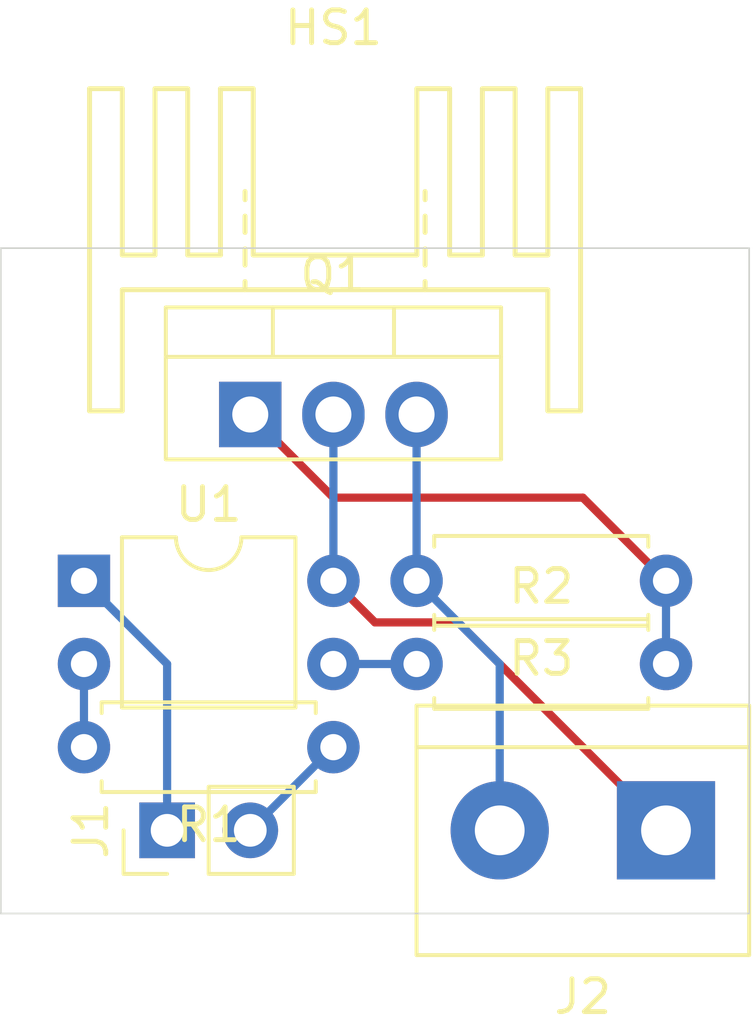
<source format=kicad_pcb>
(kicad_pcb (version 20171130) (host pcbnew "(5.1.4)-1")

  (general
    (thickness 1.6)
    (drawings 4)
    (tracks 16)
    (zones 0)
    (modules 8)
    (nets 8)
  )

  (page A4)
  (layers
    (0 F.Cu signal)
    (31 B.Cu signal)
    (32 B.Adhes user)
    (33 F.Adhes user)
    (34 B.Paste user)
    (35 F.Paste user)
    (36 B.SilkS user)
    (37 F.SilkS user)
    (38 B.Mask user)
    (39 F.Mask user)
    (40 Dwgs.User user)
    (41 Cmts.User user)
    (42 Eco1.User user)
    (43 Eco2.User user)
    (44 Edge.Cuts user)
    (45 Margin user)
    (46 B.CrtYd user)
    (47 F.CrtYd user)
    (48 B.Fab user)
    (49 F.Fab user)
  )

  (setup
    (last_trace_width 0.25)
    (trace_clearance 0.2)
    (zone_clearance 0.508)
    (zone_45_only no)
    (trace_min 0.2)
    (via_size 0.8)
    (via_drill 0.4)
    (via_min_size 0.4)
    (via_min_drill 0.3)
    (uvia_size 0.3)
    (uvia_drill 0.1)
    (uvias_allowed no)
    (uvia_min_size 0.2)
    (uvia_min_drill 0.1)
    (edge_width 0.05)
    (segment_width 0.2)
    (pcb_text_width 0.3)
    (pcb_text_size 1.5 1.5)
    (mod_edge_width 0.12)
    (mod_text_size 1 1)
    (mod_text_width 0.15)
    (pad_size 1.524 1.524)
    (pad_drill 0.762)
    (pad_to_mask_clearance 0.051)
    (solder_mask_min_width 0.25)
    (aux_axis_origin 0 0)
    (visible_elements 7FFFFFFF)
    (pcbplotparams
      (layerselection 0x010fc_ffffffff)
      (usegerberextensions false)
      (usegerberattributes false)
      (usegerberadvancedattributes false)
      (creategerberjobfile false)
      (excludeedgelayer true)
      (linewidth 0.100000)
      (plotframeref false)
      (viasonmask false)
      (mode 1)
      (useauxorigin false)
      (hpglpennumber 1)
      (hpglpenspeed 20)
      (hpglpendiameter 15.000000)
      (psnegative false)
      (psa4output false)
      (plotreference true)
      (plotvalue true)
      (plotinvisibletext false)
      (padsonsilk false)
      (subtractmaskfromsilk false)
      (outputformat 1)
      (mirror false)
      (drillshape 1)
      (scaleselection 1)
      (outputdirectory ""))
  )

  (net 0 "")
  (net 1 "Net-(R1-Pad2)")
  (net 2 /Output1)
  (net 3 /Output2)
  (net 4 /Input-)
  (net 5 /Input+)
  (net 6 "Net-(R2-Pad1)")
  (net 7 "Net-(Q1-Pad1)")

  (net_class Default "This is the default net class."
    (clearance 0.2)
    (trace_width 0.25)
    (via_dia 0.8)
    (via_drill 0.4)
    (uvia_dia 0.3)
    (uvia_drill 0.1)
    (add_net /Input+)
    (add_net /Input-)
    (add_net /Output1)
    (add_net /Output2)
    (add_net "Net-(Q1-Pad1)")
    (add_net "Net-(R1-Pad2)")
    (add_net "Net-(R2-Pad1)")
  )

  (module Package_DIP:DIP-4_W7.62mm (layer F.Cu) (tedit 5A02E8C5) (tstamp 5F2A231C)
    (at 63.5 53.34)
    (descr "4-lead though-hole mounted DIP package, row spacing 7.62 mm (300 mils)")
    (tags "THT DIP DIL PDIP 2.54mm 7.62mm 300mil")
    (path /5E1D4E24)
    (fp_text reference U1 (at 3.81 -2.33) (layer F.SilkS)
      (effects (font (size 1 1) (thickness 0.15)))
    )
    (fp_text value PC817 (at 3.81 4.87) (layer F.Fab)
      (effects (font (size 1 1) (thickness 0.15)))
    )
    (fp_arc (start 3.81 -1.33) (end 2.81 -1.33) (angle -180) (layer F.SilkS) (width 0.12))
    (fp_line (start 1.635 -1.27) (end 6.985 -1.27) (layer F.Fab) (width 0.1))
    (fp_line (start 6.985 -1.27) (end 6.985 3.81) (layer F.Fab) (width 0.1))
    (fp_line (start 6.985 3.81) (end 0.635 3.81) (layer F.Fab) (width 0.1))
    (fp_line (start 0.635 3.81) (end 0.635 -0.27) (layer F.Fab) (width 0.1))
    (fp_line (start 0.635 -0.27) (end 1.635 -1.27) (layer F.Fab) (width 0.1))
    (fp_line (start 2.81 -1.33) (end 1.16 -1.33) (layer F.SilkS) (width 0.12))
    (fp_line (start 1.16 -1.33) (end 1.16 3.87) (layer F.SilkS) (width 0.12))
    (fp_line (start 1.16 3.87) (end 6.46 3.87) (layer F.SilkS) (width 0.12))
    (fp_line (start 6.46 3.87) (end 6.46 -1.33) (layer F.SilkS) (width 0.12))
    (fp_line (start 6.46 -1.33) (end 4.81 -1.33) (layer F.SilkS) (width 0.12))
    (fp_line (start -1.1 -1.55) (end -1.1 4.1) (layer F.CrtYd) (width 0.05))
    (fp_line (start -1.1 4.1) (end 8.7 4.1) (layer F.CrtYd) (width 0.05))
    (fp_line (start 8.7 4.1) (end 8.7 -1.55) (layer F.CrtYd) (width 0.05))
    (fp_line (start 8.7 -1.55) (end -1.1 -1.55) (layer F.CrtYd) (width 0.05))
    (fp_text user %R (at 3.81 1.27) (layer F.Fab)
      (effects (font (size 1 1) (thickness 0.15)))
    )
    (pad 1 thru_hole rect (at 0 0) (size 1.6 1.6) (drill 0.8) (layers *.Cu *.Mask)
      (net 5 /Input+))
    (pad 3 thru_hole oval (at 7.62 2.54) (size 1.6 1.6) (drill 0.8) (layers *.Cu *.Mask)
      (net 6 "Net-(R2-Pad1)"))
    (pad 2 thru_hole oval (at 0 2.54) (size 1.6 1.6) (drill 0.8) (layers *.Cu *.Mask)
      (net 1 "Net-(R1-Pad2)"))
    (pad 4 thru_hole oval (at 7.62 0) (size 1.6 1.6) (drill 0.8) (layers *.Cu *.Mask)
      (net 3 /Output2))
    (model ${KISYS3DMOD}/Package_DIP.3dshapes/DIP-4_W7.62mm.wrl
      (at (xyz 0 0 0))
      (scale (xyz 1 1 1))
      (rotate (xyz 0 0 0))
    )
  )

  (module Resistor_THT:R_Axial_DIN0207_L6.3mm_D2.5mm_P7.62mm_Horizontal (layer F.Cu) (tedit 5AE5139B) (tstamp 5F2A2304)
    (at 81.28 53.34 180)
    (descr "Resistor, Axial_DIN0207 series, Axial, Horizontal, pin pitch=7.62mm, 0.25W = 1/4W, length*diameter=6.3*2.5mm^2, http://cdn-reichelt.de/documents/datenblatt/B400/1_4W%23YAG.pdf")
    (tags "Resistor Axial_DIN0207 series Axial Horizontal pin pitch 7.62mm 0.25W = 1/4W length 6.3mm diameter 2.5mm")
    (path /5E23BD53)
    (fp_text reference R3 (at 3.81 -2.37) (layer F.SilkS)
      (effects (font (size 1 1) (thickness 0.15)))
    )
    (fp_text value 10K (at 3.81 2.37) (layer F.Fab)
      (effects (font (size 1 1) (thickness 0.15)))
    )
    (fp_line (start 0.66 -1.25) (end 0.66 1.25) (layer F.Fab) (width 0.1))
    (fp_line (start 0.66 1.25) (end 6.96 1.25) (layer F.Fab) (width 0.1))
    (fp_line (start 6.96 1.25) (end 6.96 -1.25) (layer F.Fab) (width 0.1))
    (fp_line (start 6.96 -1.25) (end 0.66 -1.25) (layer F.Fab) (width 0.1))
    (fp_line (start 0 0) (end 0.66 0) (layer F.Fab) (width 0.1))
    (fp_line (start 7.62 0) (end 6.96 0) (layer F.Fab) (width 0.1))
    (fp_line (start 0.54 -1.04) (end 0.54 -1.37) (layer F.SilkS) (width 0.12))
    (fp_line (start 0.54 -1.37) (end 7.08 -1.37) (layer F.SilkS) (width 0.12))
    (fp_line (start 7.08 -1.37) (end 7.08 -1.04) (layer F.SilkS) (width 0.12))
    (fp_line (start 0.54 1.04) (end 0.54 1.37) (layer F.SilkS) (width 0.12))
    (fp_line (start 0.54 1.37) (end 7.08 1.37) (layer F.SilkS) (width 0.12))
    (fp_line (start 7.08 1.37) (end 7.08 1.04) (layer F.SilkS) (width 0.12))
    (fp_line (start -1.05 -1.5) (end -1.05 1.5) (layer F.CrtYd) (width 0.05))
    (fp_line (start -1.05 1.5) (end 8.67 1.5) (layer F.CrtYd) (width 0.05))
    (fp_line (start 8.67 1.5) (end 8.67 -1.5) (layer F.CrtYd) (width 0.05))
    (fp_line (start 8.67 -1.5) (end -1.05 -1.5) (layer F.CrtYd) (width 0.05))
    (fp_text user %R (at 3.81 0) (layer F.Fab)
      (effects (font (size 1 1) (thickness 0.15)))
    )
    (pad 1 thru_hole circle (at 0 0 180) (size 1.6 1.6) (drill 0.8) (layers *.Cu *.Mask)
      (net 7 "Net-(Q1-Pad1)"))
    (pad 2 thru_hole oval (at 7.62 0 180) (size 1.6 1.6) (drill 0.8) (layers *.Cu *.Mask)
      (net 2 /Output1))
    (model ${KISYS3DMOD}/Resistor_THT.3dshapes/R_Axial_DIN0207_L6.3mm_D2.5mm_P7.62mm_Horizontal.wrl
      (at (xyz 0 0 0))
      (scale (xyz 1 1 1))
      (rotate (xyz 0 0 0))
    )
  )

  (module Resistor_THT:R_Axial_DIN0207_L6.3mm_D2.5mm_P7.62mm_Horizontal (layer F.Cu) (tedit 5AE5139B) (tstamp 5F2A22ED)
    (at 73.66 55.88)
    (descr "Resistor, Axial_DIN0207 series, Axial, Horizontal, pin pitch=7.62mm, 0.25W = 1/4W, length*diameter=6.3*2.5mm^2, http://cdn-reichelt.de/documents/datenblatt/B400/1_4W%23YAG.pdf")
    (tags "Resistor Axial_DIN0207 series Axial Horizontal pin pitch 7.62mm 0.25W = 1/4W length 6.3mm diameter 2.5mm")
    (path /5F4C3498)
    (fp_text reference R2 (at 3.81 -2.37) (layer F.SilkS)
      (effects (font (size 1 1) (thickness 0.15)))
    )
    (fp_text value 10K (at 3.81 2.37) (layer F.Fab)
      (effects (font (size 1 1) (thickness 0.15)))
    )
    (fp_text user %R (at 3.81 0) (layer F.Fab)
      (effects (font (size 1 1) (thickness 0.15)))
    )
    (fp_line (start 8.67 -1.5) (end -1.05 -1.5) (layer F.CrtYd) (width 0.05))
    (fp_line (start 8.67 1.5) (end 8.67 -1.5) (layer F.CrtYd) (width 0.05))
    (fp_line (start -1.05 1.5) (end 8.67 1.5) (layer F.CrtYd) (width 0.05))
    (fp_line (start -1.05 -1.5) (end -1.05 1.5) (layer F.CrtYd) (width 0.05))
    (fp_line (start 7.08 1.37) (end 7.08 1.04) (layer F.SilkS) (width 0.12))
    (fp_line (start 0.54 1.37) (end 7.08 1.37) (layer F.SilkS) (width 0.12))
    (fp_line (start 0.54 1.04) (end 0.54 1.37) (layer F.SilkS) (width 0.12))
    (fp_line (start 7.08 -1.37) (end 7.08 -1.04) (layer F.SilkS) (width 0.12))
    (fp_line (start 0.54 -1.37) (end 7.08 -1.37) (layer F.SilkS) (width 0.12))
    (fp_line (start 0.54 -1.04) (end 0.54 -1.37) (layer F.SilkS) (width 0.12))
    (fp_line (start 7.62 0) (end 6.96 0) (layer F.Fab) (width 0.1))
    (fp_line (start 0 0) (end 0.66 0) (layer F.Fab) (width 0.1))
    (fp_line (start 6.96 -1.25) (end 0.66 -1.25) (layer F.Fab) (width 0.1))
    (fp_line (start 6.96 1.25) (end 6.96 -1.25) (layer F.Fab) (width 0.1))
    (fp_line (start 0.66 1.25) (end 6.96 1.25) (layer F.Fab) (width 0.1))
    (fp_line (start 0.66 -1.25) (end 0.66 1.25) (layer F.Fab) (width 0.1))
    (pad 2 thru_hole oval (at 7.62 0) (size 1.6 1.6) (drill 0.8) (layers *.Cu *.Mask)
      (net 7 "Net-(Q1-Pad1)"))
    (pad 1 thru_hole circle (at 0 0) (size 1.6 1.6) (drill 0.8) (layers *.Cu *.Mask)
      (net 6 "Net-(R2-Pad1)"))
    (model ${KISYS3DMOD}/Resistor_THT.3dshapes/R_Axial_DIN0207_L6.3mm_D2.5mm_P7.62mm_Horizontal.wrl
      (at (xyz 0 0 0))
      (scale (xyz 1 1 1))
      (rotate (xyz 0 0 0))
    )
  )

  (module Resistor_THT:R_Axial_DIN0207_L6.3mm_D2.5mm_P7.62mm_Horizontal (layer F.Cu) (tedit 5AE5139B) (tstamp 5F2A22D6)
    (at 71.12 58.42 180)
    (descr "Resistor, Axial_DIN0207 series, Axial, Horizontal, pin pitch=7.62mm, 0.25W = 1/4W, length*diameter=6.3*2.5mm^2, http://cdn-reichelt.de/documents/datenblatt/B400/1_4W%23YAG.pdf")
    (tags "Resistor Axial_DIN0207 series Axial Horizontal pin pitch 7.62mm 0.25W = 1/4W length 6.3mm diameter 2.5mm")
    (path /5E0DC36B)
    (fp_text reference R1 (at 3.81 -2.37) (layer F.SilkS)
      (effects (font (size 1 1) (thickness 0.15)))
    )
    (fp_text value 1K (at 3.81 2.37) (layer F.Fab)
      (effects (font (size 1 1) (thickness 0.15)))
    )
    (fp_text user %R (at 3.81 0) (layer F.Fab)
      (effects (font (size 1 1) (thickness 0.15)))
    )
    (fp_line (start 8.67 -1.5) (end -1.05 -1.5) (layer F.CrtYd) (width 0.05))
    (fp_line (start 8.67 1.5) (end 8.67 -1.5) (layer F.CrtYd) (width 0.05))
    (fp_line (start -1.05 1.5) (end 8.67 1.5) (layer F.CrtYd) (width 0.05))
    (fp_line (start -1.05 -1.5) (end -1.05 1.5) (layer F.CrtYd) (width 0.05))
    (fp_line (start 7.08 1.37) (end 7.08 1.04) (layer F.SilkS) (width 0.12))
    (fp_line (start 0.54 1.37) (end 7.08 1.37) (layer F.SilkS) (width 0.12))
    (fp_line (start 0.54 1.04) (end 0.54 1.37) (layer F.SilkS) (width 0.12))
    (fp_line (start 7.08 -1.37) (end 7.08 -1.04) (layer F.SilkS) (width 0.12))
    (fp_line (start 0.54 -1.37) (end 7.08 -1.37) (layer F.SilkS) (width 0.12))
    (fp_line (start 0.54 -1.04) (end 0.54 -1.37) (layer F.SilkS) (width 0.12))
    (fp_line (start 7.62 0) (end 6.96 0) (layer F.Fab) (width 0.1))
    (fp_line (start 0 0) (end 0.66 0) (layer F.Fab) (width 0.1))
    (fp_line (start 6.96 -1.25) (end 0.66 -1.25) (layer F.Fab) (width 0.1))
    (fp_line (start 6.96 1.25) (end 6.96 -1.25) (layer F.Fab) (width 0.1))
    (fp_line (start 0.66 1.25) (end 6.96 1.25) (layer F.Fab) (width 0.1))
    (fp_line (start 0.66 -1.25) (end 0.66 1.25) (layer F.Fab) (width 0.1))
    (pad 2 thru_hole oval (at 7.62 0 180) (size 1.6 1.6) (drill 0.8) (layers *.Cu *.Mask)
      (net 1 "Net-(R1-Pad2)"))
    (pad 1 thru_hole circle (at 0 0 180) (size 1.6 1.6) (drill 0.8) (layers *.Cu *.Mask)
      (net 4 /Input-))
    (model ${KISYS3DMOD}/Resistor_THT.3dshapes/R_Axial_DIN0207_L6.3mm_D2.5mm_P7.62mm_Horizontal.wrl
      (at (xyz 0 0 0))
      (scale (xyz 1 1 1))
      (rotate (xyz 0 0 0))
    )
  )

  (module Package_TO_SOT_THT:TO-220-3_Vertical (layer F.Cu) (tedit 5AC8BA0D) (tstamp 5F2A22BF)
    (at 68.58 48.26)
    (descr "TO-220-3, Vertical, RM 2.54mm, see https://www.vishay.com/docs/66542/to-220-1.pdf")
    (tags "TO-220-3 Vertical RM 2.54mm")
    (path /5E284FCA)
    (fp_text reference Q1 (at 2.54 -4.27) (layer F.SilkS)
      (effects (font (size 1 1) (thickness 0.15)))
    )
    (fp_text value RFP30N06LE (at 2.54 2.5) (layer F.Fab)
      (effects (font (size 1 1) (thickness 0.15)))
    )
    (fp_text user %R (at 2.54 -4.27) (layer F.Fab)
      (effects (font (size 1 1) (thickness 0.15)))
    )
    (fp_line (start 7.79 -3.4) (end -2.71 -3.4) (layer F.CrtYd) (width 0.05))
    (fp_line (start 7.79 1.51) (end 7.79 -3.4) (layer F.CrtYd) (width 0.05))
    (fp_line (start -2.71 1.51) (end 7.79 1.51) (layer F.CrtYd) (width 0.05))
    (fp_line (start -2.71 -3.4) (end -2.71 1.51) (layer F.CrtYd) (width 0.05))
    (fp_line (start 4.391 -3.27) (end 4.391 -1.76) (layer F.SilkS) (width 0.12))
    (fp_line (start 0.69 -3.27) (end 0.69 -1.76) (layer F.SilkS) (width 0.12))
    (fp_line (start -2.58 -1.76) (end 7.66 -1.76) (layer F.SilkS) (width 0.12))
    (fp_line (start 7.66 -3.27) (end 7.66 1.371) (layer F.SilkS) (width 0.12))
    (fp_line (start -2.58 -3.27) (end -2.58 1.371) (layer F.SilkS) (width 0.12))
    (fp_line (start -2.58 1.371) (end 7.66 1.371) (layer F.SilkS) (width 0.12))
    (fp_line (start -2.58 -3.27) (end 7.66 -3.27) (layer F.SilkS) (width 0.12))
    (fp_line (start 4.39 -3.15) (end 4.39 -1.88) (layer F.Fab) (width 0.1))
    (fp_line (start 0.69 -3.15) (end 0.69 -1.88) (layer F.Fab) (width 0.1))
    (fp_line (start -2.46 -1.88) (end 7.54 -1.88) (layer F.Fab) (width 0.1))
    (fp_line (start 7.54 -3.15) (end -2.46 -3.15) (layer F.Fab) (width 0.1))
    (fp_line (start 7.54 1.25) (end 7.54 -3.15) (layer F.Fab) (width 0.1))
    (fp_line (start -2.46 1.25) (end 7.54 1.25) (layer F.Fab) (width 0.1))
    (fp_line (start -2.46 -3.15) (end -2.46 1.25) (layer F.Fab) (width 0.1))
    (pad 3 thru_hole oval (at 5.08 0) (size 1.905 2) (drill 1.1) (layers *.Cu *.Mask)
      (net 2 /Output1))
    (pad 2 thru_hole oval (at 2.54 0) (size 1.905 2) (drill 1.1) (layers *.Cu *.Mask)
      (net 3 /Output2))
    (pad 1 thru_hole rect (at 0 0) (size 1.905 2) (drill 1.1) (layers *.Cu *.Mask)
      (net 7 "Net-(Q1-Pad1)"))
    (model ${KISYS3DMOD}/Package_TO_SOT_THT.3dshapes/TO-220-3_Vertical.wrl
      (at (xyz 0 0 0))
      (scale (xyz 1 1 1))
      (rotate (xyz 0 0 0))
    )
  )

  (module TerminalBlock:TerminalBlock_bornier-2_P5.08mm (layer F.Cu) (tedit 59FF03AB) (tstamp 5F2A228B)
    (at 81.28 60.96 180)
    (descr "simple 2-pin terminal block, pitch 5.08mm, revamped version of bornier2")
    (tags "terminal block bornier2")
    (path /5E0F4C5B)
    (fp_text reference J2 (at 2.54 -5.08) (layer F.SilkS)
      (effects (font (size 1 1) (thickness 0.15)))
    )
    (fp_text value Output (at 2.54 5.08) (layer F.Fab)
      (effects (font (size 1 1) (thickness 0.15)))
    )
    (fp_text user %R (at 2.54 0) (layer F.Fab)
      (effects (font (size 1 1) (thickness 0.15)))
    )
    (fp_line (start -2.41 2.55) (end 7.49 2.55) (layer F.Fab) (width 0.1))
    (fp_line (start -2.46 -3.75) (end -2.46 3.75) (layer F.Fab) (width 0.1))
    (fp_line (start -2.46 3.75) (end 7.54 3.75) (layer F.Fab) (width 0.1))
    (fp_line (start 7.54 3.75) (end 7.54 -3.75) (layer F.Fab) (width 0.1))
    (fp_line (start 7.54 -3.75) (end -2.46 -3.75) (layer F.Fab) (width 0.1))
    (fp_line (start 7.62 2.54) (end -2.54 2.54) (layer F.SilkS) (width 0.12))
    (fp_line (start 7.62 3.81) (end 7.62 -3.81) (layer F.SilkS) (width 0.12))
    (fp_line (start 7.62 -3.81) (end -2.54 -3.81) (layer F.SilkS) (width 0.12))
    (fp_line (start -2.54 -3.81) (end -2.54 3.81) (layer F.SilkS) (width 0.12))
    (fp_line (start -2.54 3.81) (end 7.62 3.81) (layer F.SilkS) (width 0.12))
    (fp_line (start -2.71 -4) (end 7.79 -4) (layer F.CrtYd) (width 0.05))
    (fp_line (start -2.71 -4) (end -2.71 4) (layer F.CrtYd) (width 0.05))
    (fp_line (start 7.79 4) (end 7.79 -4) (layer F.CrtYd) (width 0.05))
    (fp_line (start 7.79 4) (end -2.71 4) (layer F.CrtYd) (width 0.05))
    (pad 1 thru_hole rect (at 0 0 180) (size 3 3) (drill 1.52) (layers *.Cu *.Mask)
      (net 3 /Output2))
    (pad 2 thru_hole circle (at 5.08 0 180) (size 3 3) (drill 1.52) (layers *.Cu *.Mask)
      (net 2 /Output1))
    (model ${KISYS3DMOD}/TerminalBlock.3dshapes/TerminalBlock_bornier-2_P5.08mm.wrl
      (offset (xyz 2.539999961853027 0 0))
      (scale (xyz 1 1 1))
      (rotate (xyz 0 0 0))
    )
  )

  (module Connector_PinHeader_2.54mm:PinHeader_1x02_P2.54mm_Vertical (layer F.Cu) (tedit 59FED5CC) (tstamp 5F2A2276)
    (at 66.04 60.96 90)
    (descr "Through hole straight pin header, 1x02, 2.54mm pitch, single row")
    (tags "Through hole pin header THT 1x02 2.54mm single row")
    (path /5E0F7ADE)
    (fp_text reference J1 (at 0 -2.33 90) (layer F.SilkS)
      (effects (font (size 1 1) (thickness 0.15)))
    )
    (fp_text value Input (at 0 4.87 90) (layer F.Fab)
      (effects (font (size 1 1) (thickness 0.15)))
    )
    (fp_text user %R (at 0 1.27) (layer F.Fab)
      (effects (font (size 1 1) (thickness 0.15)))
    )
    (fp_line (start 1.8 -1.8) (end -1.8 -1.8) (layer F.CrtYd) (width 0.05))
    (fp_line (start 1.8 4.35) (end 1.8 -1.8) (layer F.CrtYd) (width 0.05))
    (fp_line (start -1.8 4.35) (end 1.8 4.35) (layer F.CrtYd) (width 0.05))
    (fp_line (start -1.8 -1.8) (end -1.8 4.35) (layer F.CrtYd) (width 0.05))
    (fp_line (start -1.33 -1.33) (end 0 -1.33) (layer F.SilkS) (width 0.12))
    (fp_line (start -1.33 0) (end -1.33 -1.33) (layer F.SilkS) (width 0.12))
    (fp_line (start -1.33 1.27) (end 1.33 1.27) (layer F.SilkS) (width 0.12))
    (fp_line (start 1.33 1.27) (end 1.33 3.87) (layer F.SilkS) (width 0.12))
    (fp_line (start -1.33 1.27) (end -1.33 3.87) (layer F.SilkS) (width 0.12))
    (fp_line (start -1.33 3.87) (end 1.33 3.87) (layer F.SilkS) (width 0.12))
    (fp_line (start -1.27 -0.635) (end -0.635 -1.27) (layer F.Fab) (width 0.1))
    (fp_line (start -1.27 3.81) (end -1.27 -0.635) (layer F.Fab) (width 0.1))
    (fp_line (start 1.27 3.81) (end -1.27 3.81) (layer F.Fab) (width 0.1))
    (fp_line (start 1.27 -1.27) (end 1.27 3.81) (layer F.Fab) (width 0.1))
    (fp_line (start -0.635 -1.27) (end 1.27 -1.27) (layer F.Fab) (width 0.1))
    (pad 2 thru_hole oval (at 0 2.54 90) (size 1.7 1.7) (drill 1) (layers *.Cu *.Mask)
      (net 4 /Input-))
    (pad 1 thru_hole rect (at 0 0 90) (size 1.7 1.7) (drill 1) (layers *.Cu *.Mask)
      (net 5 /Input+))
    (model ${KISYS3DMOD}/Connector_PinHeader_2.54mm.3dshapes/PinHeader_1x02_P2.54mm_Vertical.wrl
      (at (xyz 0 0 0))
      (scale (xyz 1 1 1))
      (rotate (xyz 0 0 0))
    )
  )

  (module Power:Heatsink_TO220_15x10mm (layer F.Cu) (tedit 5E462F9E) (tstamp 5F2A2260)
    (at 71.12 44.45)
    (descr "Heatsink TO220")
    (tags heatsink)
    (path /5E47E6AC)
    (fp_text reference HS1 (at 0 -8) (layer F.SilkS)
      (effects (font (size 1 1) (thickness 0.15)))
    )
    (fp_text value Heatsink (at 0 6) (layer F.Fab)
      (effects (font (size 1 1) (thickness 0.15)))
    )
    (fp_line (start 6.35 0.2) (end 6.35 3.9) (layer F.Fab) (width 0.1))
    (fp_line (start -6.25 0.2) (end 6.35 0.2) (layer F.Fab) (width 0.1))
    (fp_line (start -6.25 0.2) (end -6.25 3.9) (layer F.Fab) (width 0.1))
    (fp_line (start 6.55 0) (end 6.55 3.7) (layer F.SilkS) (width 0.15))
    (fp_line (start 6.35 3.9) (end 7.75 3.9) (layer F.Fab) (width 0.1))
    (fp_line (start 6.55 3.7) (end 7.55 3.7) (layer F.SilkS) (width 0.15))
    (fp_line (start -6.45 0) (end 6.55 0) (layer F.SilkS) (width 0.15))
    (fp_line (start -6.45 0) (end -6.45 3.7) (layer F.SilkS) (width 0.15))
    (fp_line (start -7.45 3.7) (end -6.45 3.7) (layer F.SilkS) (width 0.15))
    (fp_line (start -7.65 3.9) (end -6.25 3.9) (layer F.Fab) (width 0.1))
    (fp_line (start 7.55 -6.14) (end 7.55 3.7) (layer F.SilkS) (width 0.15))
    (fp_line (start 7.75 -6.35) (end 7.75 3.9) (layer F.Fab) (width 0.1))
    (fp_line (start 6.35 -6.35) (end 7.75 -6.35) (layer F.Fab) (width 0.1))
    (fp_line (start 6.55 -6.14) (end 7.55 -6.14) (layer F.SilkS) (width 0.15))
    (fp_line (start 6.55 -6.14) (end 6.55 -1.06) (layer F.SilkS) (width 0.15))
    (fp_line (start 6.35 -1.25) (end 6.35 -6.35) (layer F.Fab) (width 0.1))
    (fp_line (start 5.55 -1.06) (end 6.55 -1.06) (layer F.SilkS) (width 0.15))
    (fp_line (start 5.75 -1.25) (end 6.35 -1.25) (layer F.Fab) (width 0.1))
    (fp_line (start 4.55 -6.14) (end 5.55 -6.14) (layer F.SilkS) (width 0.15))
    (fp_line (start 4.35 -1.25) (end 4.35 -6.35) (layer F.Fab) (width 0.1))
    (fp_line (start 5.55 -6.14) (end 5.55 -1.06) (layer F.SilkS) (width 0.15))
    (fp_line (start 4.55 -6.14) (end 4.55 -1.06) (layer F.SilkS) (width 0.15))
    (fp_line (start 4.35 -6.35) (end 5.75 -6.35) (layer F.Fab) (width 0.1))
    (fp_line (start 5.75 -6.35) (end 5.75 -1.25) (layer F.Fab) (width 0.1))
    (fp_line (start 3.55 -1.06) (end 4.55 -1.06) (layer F.SilkS) (width 0.15))
    (fp_line (start 3.75 -1.25) (end 4.35 -1.25) (layer F.Fab) (width 0.1))
    (fp_line (start 2.35 -6.35) (end 3.75 -6.35) (layer F.Fab) (width 0.1))
    (fp_line (start 3.75 -6.35) (end 3.75 -1.25) (layer F.Fab) (width 0.1))
    (fp_line (start 3.55 -6.14) (end 3.55 -1.06) (layer F.SilkS) (width 0.15))
    (fp_line (start 2.55 -6.14) (end 3.55 -6.14) (layer F.SilkS) (width 0.15))
    (fp_line (start 2.35 -1.25) (end 2.35 -6.35) (layer F.Fab) (width 0.1))
    (fp_line (start 2.55 -6.14) (end 2.55 -1.06) (layer F.SilkS) (width 0.15))
    (fp_line (start -2.25 -1.25) (end 2.35 -1.25) (layer F.Fab) (width 0.1))
    (fp_line (start -2.45 -1.06) (end 2.55 -1.06) (layer F.SilkS) (width 0.15))
    (fp_line (start -3.65 -1.25) (end -3.65 -6.35) (layer F.Fab) (width 0.1))
    (fp_line (start -3.45 -6.14) (end -2.45 -6.14) (layer F.SilkS) (width 0.15))
    (fp_line (start -2.25 -6.35) (end -2.25 -1.25) (layer F.Fab) (width 0.1))
    (fp_line (start -2.45 -6.14) (end -2.45 -1.06) (layer F.SilkS) (width 0.15))
    (fp_line (start -3.65 -6.35) (end -2.25 -6.35) (layer F.Fab) (width 0.1))
    (fp_line (start -3.45 -6.14) (end -3.45 -1.06) (layer F.SilkS) (width 0.15))
    (fp_line (start -4.25 -1.25) (end -3.65 -1.25) (layer F.Fab) (width 0.1))
    (fp_line (start -4.45 -1.06) (end -3.45 -1.06) (layer F.SilkS) (width 0.15))
    (fp_line (start -5.45 -6.14) (end -4.45 -6.14) (layer F.SilkS) (width 0.15))
    (fp_line (start -5.65 -1.25) (end -5.65 -6.35) (layer F.Fab) (width 0.1))
    (fp_line (start -5.65 -6.35) (end -4.25 -6.35) (layer F.Fab) (width 0.1))
    (fp_line (start -4.25 -6.35) (end -4.25 -1.25) (layer F.Fab) (width 0.1))
    (fp_line (start -4.45 -6.14) (end -4.45 -1.06) (layer F.SilkS) (width 0.15))
    (fp_line (start -5.45 -6.14) (end -5.45 -1.06) (layer F.SilkS) (width 0.15))
    (fp_line (start -6.25 -1.25) (end -5.65 -1.25) (layer F.Fab) (width 0.1))
    (fp_line (start -6.25 -6.35) (end -6.25 -1.25) (layer F.Fab) (width 0.1))
    (fp_line (start -7.65 -6.35) (end -6.25 -6.35) (layer F.Fab) (width 0.1))
    (fp_line (start -7.65 3.9) (end -7.65 -6.35) (layer F.Fab) (width 0.1))
    (fp_line (start -6.45 -6.14) (end -6.45 -1.06) (layer F.SilkS) (width 0.15))
    (fp_line (start -7.45 -6.14) (end -7.45 3.7) (layer F.SilkS) (width 0.15))
    (fp_line (start -7.45 -6.14) (end -6.45 -6.14) (layer F.SilkS) (width 0.15))
    (fp_line (start -6.45 -1.06) (end -5.45 -1.06) (layer F.SilkS) (width 0.15))
    (fp_line (start -2.7 -2.25) (end -2.7 -1.75) (layer F.SilkS) (width 0.15))
    (fp_line (start -2.7 -1.25) (end -2.7 -0.75) (layer F.SilkS) (width 0.15))
    (fp_line (start 2.8 -2.25) (end 2.8 -1.75) (layer F.SilkS) (width 0.15))
    (fp_line (start 2.8 -1.25) (end 2.8 -0.75) (layer F.SilkS) (width 0.15))
    (fp_line (start 2.8 -0.25) (end 2.8 0) (layer F.SilkS) (width 0.15))
    (fp_line (start -2.7 -0.25) (end -2.7 0) (layer F.SilkS) (width 0.15))
    (fp_line (start -2.7 -2.75) (end -2.7 -3) (layer F.SilkS) (width 0.15))
    (fp_line (start 2.8 -2.75) (end 2.8 -3) (layer F.SilkS) (width 0.15))
    (fp_text user %R (at 0 2) (layer F.Fab)
      (effects (font (size 1 1) (thickness 0.15)))
    )
  )

  (gr_line (start 60.96 63.5) (end 60.96 43.18) (layer Edge.Cuts) (width 0.05) (tstamp 5F2A61B2))
  (gr_line (start 83.82 63.5) (end 60.96 63.5) (layer Edge.Cuts) (width 0.05))
  (gr_line (start 83.82 43.18) (end 83.82 63.5) (layer Edge.Cuts) (width 0.05))
  (gr_line (start 60.96 43.18) (end 83.82 43.18) (layer Edge.Cuts) (width 0.05))

  (segment (start 63.5 55.88) (end 63.5 58.42) (width 0.25) (layer B.Cu) (net 1) (status 30))
  (segment (start 73.66 53.34) (end 76.2 55.88) (width 0.25) (layer B.Cu) (net 2))
  (segment (start 76.2 55.88) (end 76.2 60.96) (width 0.25) (layer B.Cu) (net 2))
  (segment (start 73.66 48.26) (end 73.66 53.34) (width 0.25) (layer B.Cu) (net 2))
  (segment (start 72.39 54.61) (end 71.12 53.34) (width 0.25) (layer F.Cu) (net 3))
  (segment (start 71.12 48.26) (end 71.12 53.34) (width 0.25) (layer B.Cu) (net 3))
  (segment (start 81.28 60.96) (end 74.93 54.61) (width 0.25) (layer F.Cu) (net 3))
  (segment (start 74.93 54.61) (end 72.39 54.61) (width 0.25) (layer F.Cu) (net 3))
  (segment (start 68.58 60.96) (end 71.12 58.42) (width 0.25) (layer B.Cu) (net 4) (status 30))
  (segment (start 63.5 53.34) (end 66.04 55.88) (width 0.25) (layer B.Cu) (net 5) (status 10))
  (segment (start 66.04 55.88) (end 66.04 60.96) (width 0.25) (layer B.Cu) (net 5) (status 20))
  (segment (start 71.12 55.88) (end 73.66 55.88) (width 0.25) (layer B.Cu) (net 6))
  (segment (start 81.28 53.34) (end 81.28 55.88) (width 0.25) (layer B.Cu) (net 7) (status 30))
  (segment (start 68.58 48.26) (end 71.12 50.8) (width 0.25) (layer F.Cu) (net 7))
  (segment (start 71.12 50.8) (end 78.74 50.8) (width 0.25) (layer F.Cu) (net 7))
  (segment (start 78.74 50.8) (end 81.28 53.34) (width 0.25) (layer F.Cu) (net 7))

)

</source>
